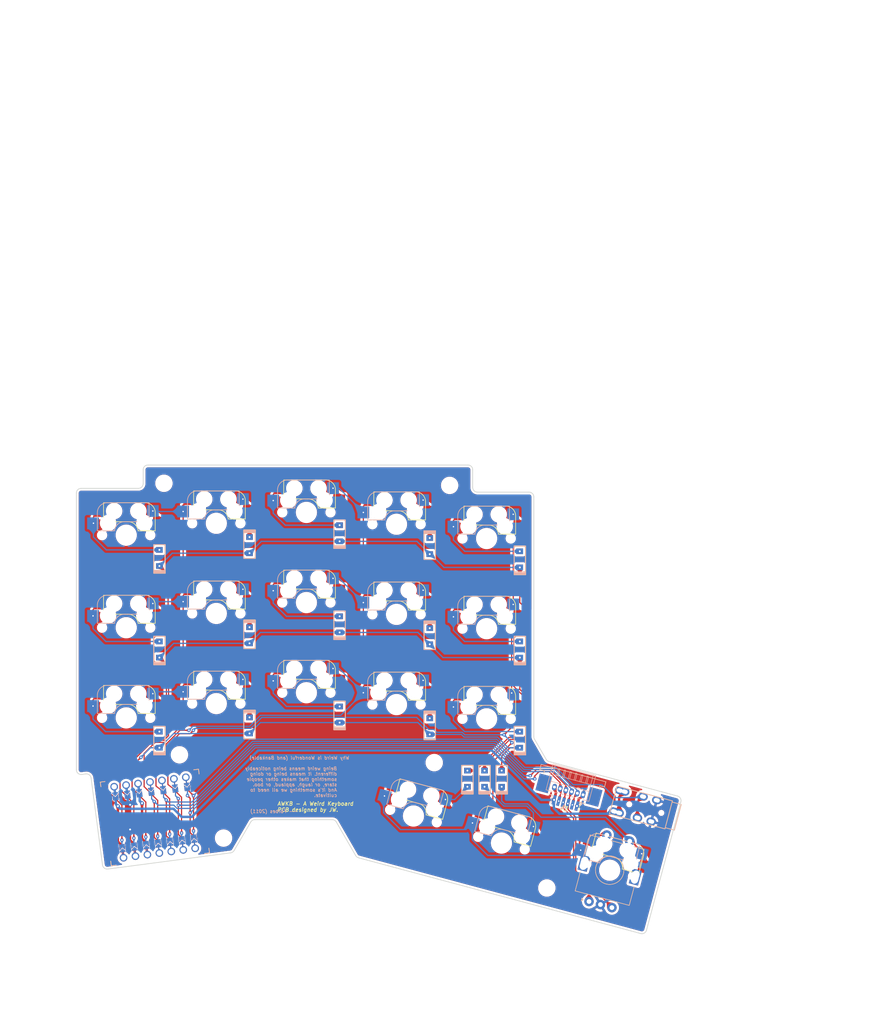
<source format=kicad_pcb>
(kicad_pcb (version 20221018) (generator pcbnew)
  (layers (0 "F.Cu" signal) (31 "B.Cu" signal) (34 "B.Paste" user) (35 "F.Paste" user) (36 "B.SilkS" user "B.Silkscreen") (37 "F.SilkS" user "F.Silkscreen") (38 "B.Mask" user) (39 "F.Mask" user) (44 "Edge.Cuts" user))
  (net 0 "")
  (net 1 "row0")
  (net 2 "row1")
  (net 3 "row2")
  (net 4 "Net-(D1-A)")
  (net 5 "Net-(D3-A)")
  (net 6 "Net-(D5-A)")
  (net 7 "GND")
  (net 8 "col0")
  (net 9 "col1")
  (net 10 "col2")
  (net 11 "DATA")
  (net 12 "Net-(D2-K)")
  (net 13 "Net-(D4-K)")
  (net 14 "Net-(D16-K)")
  (net 15 "MISO")
  (net 16 "sw_row")
  (net 17 "NCS")
  (net 18 "VDD_5V")
  (net 19 "VCC")
  (net 20 "Net-(D12-K)")
  (net 21 "Net-(D13-A)")
  (net 22 "Net-(D15-A)")
  (net 23 "Net-(D11-A)")
  (net 24 "Net-(D14-K)")
  (net 25 "Net-(D6-A)")
  (net 26 "Net-(D7-K)")
  (net 27 "Net-(D8-A)")
  (net 28 "Net-(D9-K)")
  (net 29 "Net-(D10-A)")
  (net 30 "Net-(D17-K)")
  (net 31 "SCLK_ENCB")
  (net 32 "MOSI_ENCA")
  (footprint "jw_custom_footprint:Diode_SOD123_THT_2" (layer "F.Cu") (at 182.36765 96.785194 90)
    (fp_text reference "D10")
    (fp_text value "Diode")
  )
  (footprint "jw_custom_footprint:Diode_SOD123_THT_2" (layer "F.Cu") (at 163.367952 93.984794 -90)
    (fp_text reference "D9")
    (fp_text value "Diode")
  )
  (footprint "jw_custom_footprint:Diode_SOD123_THT_2" (layer "F.Cu") (at 125.368352 112.784594 -90)
    (fp_text reference "D12")
    (fp_text value "Diode")
  )
  (footprint "MountingHole:MountingHole_3.2mm_M3" (layer "F.Cu") (at 188.067152 147.042794)
    (fp_text reference "TH5" hide)
    (fp_text value "HOLE")
  )
  (footprint "jw_custom_footprint:Diode_SOD123_THT_2" (layer "F.Cu") (at 171.314152 124.006794 90)
    (fp_text reference "D16")
    (fp_text value "Diode" hide)
  )
  (footprint "MountingHole:MountingHole_3.2mm_M3" (layer "F.Cu") (at 164.318152 120.626794)
    (fp_text reference "TH4" hide)
    (fp_text value "HOLE")
  )
  (footprint "jw_custom_footprint:CherryMX_Hotswap" (layer "F.Cu") (at 178.496055 137.562595 -15)
    (fp_text reference "SW17" hide)
    (fp_text value "SW17" hide)
  )
  (footprint "jw_custom_footprint:Diode_SOD123_THT_2" (layer "F.Cu") (at 163.367952 112.985194 -90)
    (fp_text reference "D14")
    (fp_text value "Diode")
  )
  (footprint "jw_custom_footprint:Diode_SOD123_THT_2" (layer "F.Cu") (at 144.367752 110.484794 90)
    (fp_text reference "D13")
    (fp_text value "Diode")
  )
  (footprint "jw_custom_footprint:Diode_SOD123_THT_2" (layer "F.Cu") (at 182.36765 77.785394 90)
    (fp_text reference "D5")
    (fp_text value "Diode")
  )
  (footprint "jw_custom_footprint:CherryMX_Hotswap" (layer "F.Cu") (at 156.367952 70.384834)
    (fp_text reference "SW4" hide)
    (fp_text value "SW4")
  )
  (footprint "jw_custom_footprint:CherryMX_Hotswap" (layer "F.Cu") (at 156.367952 89.384794)
    (fp_text reference "SW9" hide)
    (fp_text value "SW9")
  )
  (footprint "jw_custom_footprint:Diode_SOD123_THT_2" (layer "F.Cu") (at 144.367752 72.284634 90)
    (fp_text reference "D3")
    (fp_text value "Diode")
  )
  (footprint "jw_custom_footprint:Diode_SOD123_THT_2" (layer "F.Cu") (at 125.368352 93.784994 -90)
    (fp_text reference "D7")
    (fp_text value "Diode")
  )
  (footprint "jw_custom_footprint:CherryMX_Hotswap" (layer "F.Cu") (at 159.94243 131.865734 -15)
    (fp_text reference "SW16" hide)
    (fp_text value "SW16" hide)
  )
  (footprint "jw_custom_footprint:CherryMX_Hotswap" (layer "F.Cu") (at 156.367952 108.385194)
    (fp_text reference "SW14" hide)
    (fp_text value "SW14")
  )
  (footprint "jw_custom_footprint:Diode_SOD123_THT_2" (layer "F.Cu") (at 182.36765 115.785194 90)
    (fp_text reference "D15")
    (fp_text value "Diode")
  )
  (footprint "jw_custom_footprint:Diode_SOD123_THT_2" (layer "F.Cu") (at 106.368152 77.484994 90)
    (fp_text reference "D1")
    (fp_text value "Diode")
  )
  (footprint "jw_custom_footprint:CherryMX_Hotswap" (layer "F.Cu") (at 99.368152 72.684994)
    (fp_text reference "SW1" hide)
    (fp_text value "SW1")
  )
  (footprint "jw_custom_footprint:CherryMX_Hotswap" (layer "F.Cu") (at 175.36765 92.385194)
    (fp_text reference "SW10" hide)
    (fp_text value "SW10")
  )
  (footprint "jw_custom_footprint:Diode_SOD123_THT_2" (layer "F.Cu") (at 144.367752 91.484594 90)
    (fp_text reference "D8")
    (fp_text value "Diode")
  )
  (footprint "jw_custom_footprint:CherryMX_Hotswap" (layer "F.Cu") (at 175.36765 73.385394)
    (fp_text reference "SW5" hide)
    (fp_text value "SW5")
  )
  (footprint "jw_custom_footprint:Diode_SOD123_THT_2" (layer "F.Cu") (at 125.368352 74.785394 -90)
    (fp_text reference "D2")
    (fp_text value "Diode")
  )
  (footprint "jw_custom_footprint:Diode_SOD123_THT_2" (layer "F.Cu") (at 174.928152 124.006794 90)
    (fp_text reference "D17")
    (fp_text value "Diode" hide)
  )
  (footprint "Connector_FFC-FPC:TE_84952-6_1x06-1MP_P1.0mm_Horizontal" (layer "F.Cu") (at 192.468212 127.38508 165)
    (fp_text reference "J3")
    (fp_text value "Conn_01x06_Female")
  )
  (footprint "jw_custom_footprint:CherryMX_Hotswap" (layer "F.Cu") (at 99.368152 111.184794)
    (fp_text reference "SW11" hide)
    (fp_text value "SW11")
  )
  (footprint "jw_custom_footprint:Diode_SOD123_THT_2" (layer "F.Cu") (at 178.542152 124.006794 90)
    (fp_text reference "D18")
    (fp_text value "Diode" hide)
  )
  (footprint "MountingHole:MountingHole_3.2mm_M3" (layer "F.Cu") (at 110.597152 118.975794)
    (fp_text reference "TH3" hide)
    (fp_text value "HOLE" hide)
  )
  (footprint "jw_custom_footprint:CherryMX_Hotswap" (layer "F.Cu") (at 118.368352 108.184594)
    (fp_text reference "SW12" hide)
    (fp_text value "SW12")
  )
  (footprint "jw_custom_footprint:CherryMX_Hotswap" (layer "F.Cu") (at 201.314829 143.292722 -15)
    (fp_text reference "SW18" hide)
    (fp_text value "SW18" hide)
  )
  (footprint "jw_custom_image:square_1" (layer "F.Cu") (at 127.310352 126.925994 35)
    (fp_text reference "G***" hide)
    (fp_text value "LOGO" hide)
  )
  (footprint "jw_custom_footprint:CherryMX_Hotswap" (layer "F.Cu") (at 118.368352 70.185394)
    (fp_text reference "SW2" hide)
    (fp_text value "SW2")
  )
  (footprint "MountingHole:MountingHole_3.2mm_M3" (layer "F.Cu") (at 167.569179 62.19675)
    (fp_text reference "TH1" hide)
    (fp_text value "HOLE")
  )
  (footprint "jw_custom_footprint:CherryMX_Hotswap" (layer "F.Cu") (at 99.368152 92.184394)
    (fp_text reference "SW6" hide)
    (fp_text value "SW6")
  )
  (footprint "jw_custom_footprint:CherryMX_Hotswap" (layer "F.Cu") (at 137.367752 67.884634)
    (fp_text reference "SW3" hide)
    (fp_text value "SW3")
  )
  (footprint "jw_custom_footprint:TRRS-PJ-DPB2_mod" (layer "F.Cu") (at 213.75304 131.634109 -105)
    (fp_text reference "J1" hide)
    (fp_text value "4PIN" hide)
  )
  (footprint "jw_custom_footprint:Diode_SOD123_THT_2" (layer "F.Cu") (at 106.368152 115.784794 90)
    (fp_text reference "D11")
    (fp_text value "Diode")
  )
  (footprint "MountingHole:MountingHole_3.2mm_M3" (layer "F.Cu") (at 107.320552 61.749594)
    (fp_text reference "TH2" hide)
    (fp_text value "HOLE")
  )
  (footprint "MountingHole:MountingHole_3.2mm_M3" (layer "F.Cu") (at 119.893552 136.527194)
    (fp_text reference "TH6" hide)
    (fp_text value "HOLE" hide)
  )
  (footprint "jw_custom_footprint:CherryMX_Hotswap" (layer "F.Cu") (at 175.36765 111.385194)
    (fp_text reference "SW15" hide)
    (fp_text value "SW15")
  )
  (footprint "jw_custom_footprint:CherryMX_Hotswap" (layer "F.Cu") (at 137.367752 105.884794)
    (fp_text reference "SW13" hide)
    (fp_text value "SW13")
  )
  (footprint "jw_custom_footprint:RotaryEncoder_Alps_EC11E-Switch_Vertical_H20mm" (layer "F.Cu") (at 201.314829 143.292722 165)
    (fp_text reference "EC1" hide)
    (fp_text value "Rotary_Encoder_Switch")
  )
  (footprint "jw_custom_footprint:CherryMX_Hotswap" (layer "F.Cu") (at 137.367752 86.884594)
    (fp_text reference "SW8" hide)
    (fp_text value "SW8")
  )
  (footprint "jw_custom_footprint:Diode_SOD123_THT_2" (layer "F.Cu") (at 106.368152 96.784394 90)
    (fp_text reference "D6")
    (fp_text value "Diode")
  )
  (footprint "jw_custom_footprint:Diode_SOD123_THT_2" (layer "F.Cu") (at 163.367952 74.984834 -90)
    (fp_text reference "D4")
    (fp_text value "Diode")
  )
  (footprint "jw_custom_footprint:CherryMX_Hotswap" (layer "F.Cu") (at 118.368352 89.184994)
    (fp_text reference "SW7" hide)
    (fp_text value "SW7")
  )
  (footprint "Connector_FFC-FPC:TE_84952-6_1x06-1MP_P1.0mm_Horizontal" (layer "B.Cu") (at 192.468212 127.38508 -15)
    (fp_text reference "J4")
    (fp_text value "Conn_01x06_Female")
  )
  (footprint "jw_custom_footprint:Xiao THT jumper pad_flipped" (layer "B.Cu") (at 105.21003 132.218659 -82.5)
    (fp_text reference "U1" hide)
    (fp_text value "SeeeduinoXIAO")
  )
  (footprint "Connector_Hirose:Hirose_DF13-06P-1.25DS_1x06_P1.25mm_Horizontal" (layer "B.Cu") (at 195.699771 127.398807 165)
    (fp_text reference "J2" hide)
    (fp_text value "Conn_01x06_Female")
  )
  (gr_line (start 172.432333 58.898294) (end 172.432333 62.6139) (stroke (width 0.15)) (layer "Edge.Cuts"))
  (gr_line (start 185.451978 115.648394) (end 187.922516 119.927491) (stroke (width 0.15)) (layer "Edge.Cuts"))
  (gr_arc (start 209.081867 155.93768) (mid 208.615929 156.544834) (end 207.857121 156.644787) (stroke (width 0.15)) (layer "Edge.Cuts"))
  (gr_line (start 143.668384 133.135059) (end 147.754146 140.221685) (stroke (width 0.15)) (layer "Edge.Cuts"))
  (gr_line (start 142.80453 132.6388) (end 126.498814 132.6388) (stroke (width 0.15)) (layer "Edge.Cuts"))
  (gr_arc (start 142.80453 132.6388) (mid 143.302645 132.771706) (end 143.668384 133.135059) (stroke (width 0.15)) (layer "Edge.Cuts"))
  (gr_arc (start 125.633952 133.13679) (mid 125.99982 132.772196) (end 126.498814 132.6388) (stroke (width 0.15)) (layer "Edge.Cuts"))
  (gr_arc (start 215.621692 127.667011) (mid 216.228877 128.132939) (end 216.328799 128.891757) (stroke (width 0.15)) (layer "Edge.Cuts"))
  (gr_line (start 171.432333 57.898294) (end 103.939848 57.898294) (stroke (width 0.15)) (layer "Edge.Cuts"))
  (gr_line (start 121.388919 139.639202) (end 95.485573 143.051275) (stroke (width 0.15)) (layer "Edge.Cuts"))
  (gr_line (start 207.857121 156.644787) (end 148.361211 140.687573) (stroke (width 0.15)) (layer "Edge.Cuts"))
  (gr_arc (start 89.985278 123.119563) (mid 89.195434 122.879938) (end 88.854752 122.128118) (stroke (width 0.15)) (layer "Edge.Cuts"))
  (gr_arc (start 122.121904 139.151978) (mid 121.811897 139.480567) (end 121.388919 139.639202) (stroke (width 0.15)) (layer "Edge.Cuts"))
  (gr_arc (start 171.432333 57.898294) (mid 172.13944 58.191187) (end 172.432333 58.898294) (stroke (width 0.15)) (layer "Edge.Cuts"))
  (gr_arc (start 102.939848 61.817) (mid 102.646952 62.524088) (end 101.939848 62.817) (stroke (width 0.15)) (layer "Edge.Cuts"))
  (gr_line (start 89.854752 62.817) (end 101.939848 62.817) (stroke (width 0.15)) (layer "Edge.Cuts"))
  (gr_line (start 102.939848 61.817) (end 102.939848 58.898294) (stroke (width 0.15)) (layer "Edge.Cuts"))
  (gr_line (start 185.318003 64.6139) (end 185.318003 115.148394) (stroke (width 0.15)) (layer "Edge.Cuts"))
  (gr_line (start 91.959249 123.868739) (end 94.363421 142.189955) (stroke (width 0.15)) (layer "Edge.Cuts"))
  (gr_arc (start 102.939848 58.898294) (mid 103.23274 58.191173) (end 103.939848 57.898294) (stroke (width 0.15)) (layer "Edge.Cuts"))
  (gr_arc (start 188.529246 120.393289) (mid 188.179584 120.220694) (end 187.922516 119.927491) (stroke (width 0.15)) (layer "Edge.Cuts"))
  (gr_line (start 216.328799 128.891757) (end 209.081867 155.93768) (stroke (width 0.15)) (layer "Edge.Cuts"))
  (gr_line (start 90.837223 123.007402) (end 89.985278 123.119563) (stroke (width 0.15)) (layer "Edge.Cuts"))
  (gr_line (start 184.318003 63.6139) (end 173.432333 63.6139) (stroke (width 0.15)) (layer "Edge.Cuts"))
  (gr_line (start 215.621692 127.667011) (end 188.529246 120.393289) (stroke (width 0.15)) (layer "Edge.Cuts"))
  (gr_line (start 88.854752 63.817) (end 88.854752 122.128118) (stroke (width 0.15)) (layer "Edge.Cuts"))
  (gr_arc (start 95.485573 143.051275) (mid 94.746042 142.853111) (end 94.363421 142.189955) (stroke (width 0.15)) (layer "Edge.Cuts"))
  (gr_arc (start 88.854752 63.817) (mid 89.147648 63.109912) (end 89.854752 62.817) (stroke (width 0.15)) (layer "Edge.Cuts"))
  (gr_arc (start 184.318003 63.6139) (mid 185.02511 63.906793) (end 185.318003 64.6139) (stroke (width 0.15)) (layer "Edge.Cuts"))
  (gr_arc (start 173.432333 63.6139) (mid 172.725205 63.321018) (end 172.432333 62.6139) (stroke (width 0.15)) (layer "Edge.Cuts"))
  (gr_arc (start 148.361211 140.687573) (mid 148.011337 140.515007) (end 147.754146 140.221685) (stroke (width 0.15)) (layer "Edge.Cuts"))
  (gr_arc (start 90.837223 123.007402) (mid 91.576678 123.205622) (end 91.959249 123.868739) (stroke (width 0.15)) (layer "Edge.Cuts"))
  (gr_line (start 125.633952 133.13679) (end 122.121904 139.151978) (stroke (width 0.15)) (layer "Edge.Cuts"))
  (gr_arc (start 185.451978 115.648394) (mid 185.352064 115.407215) (end 185.318003 115.148394) (stroke (width 0.15)) (layer "Edge.Cuts"))
  (gr_text "Why Weird is Wonderful (and Bankable)\n\n	Being weird means being noticeably \n	different. It means being or doing \n	something that makes other people \n	stare, or laugh, applaud, or boo. \n	And it's something we all need to \n	cultivate.\n\n\n				-- Forbes (2011)" (at 146.538152 131.294794) (layer "B.SilkS") (effects (font (size 0.7 0.7) (thickness 0.125) bold italic) (justify left bottom mirror)))
  (gr_text "AWKB - A Weird Keyboard\nPCB designed by JW." (at 131.171152 129.923194) (layer "F.SilkS") (effects (font (size 0.8 0.8) (thickness 0.15) italic) (justify left)))
  (segment (start 182.36765 79.285394) (end 182.36765 86.875026) (width 0.25) (layer "F.Cu") (net 1))
  (segment (start 180.066152 115.292794) (end 173.052152 122.306794) (width 0.25) (layer "F.Cu") (net 1))
  (segment (start 183.241152 115.292794) (end 180.066152 115.292794) (width 0.25) (layer "F.Cu") (net 1))
  (segment (start 173.052152 122.306794) (end 171.314152 122.306794) (width 0.25) (layer "F.Cu") (net 1))
  (segment (start 181.094624 104.548981) (end 183.990224 107.444581) (width 0.25) (layer "F.Cu") (net 1))
  (segment (start 183.939424 91.507318) (end 181.094624 94.352118) (width 0.25) (layer "F.Cu") (net 1))
  (segment (start 108.196624 91.305922) (end 105.161552 94.340994) (width 0.25) (layer "F.Cu") (net 1))
  (segment (start 95.430261 126.566532) (end 96.962664 128.098935) (width 0.25) (layer "F.Cu") (net 1))
  (segment (start 107.134334 115.460294) (end 104.929409 115.460294) (width 0.25) (layer "F.Cu") (net 1))
  (segment (start 183.990224 114.543722) (end 183.241152 115.292794) (width 0.25) (layer "F.Cu") (net 1))
  (segment (start 98.45785 136.947982) (end 98.457032 136.947164) (width 0.25) (layer "F.Cu") (net 1))
  (segment (start 106.368152 79.184994) (end 108.196624 81.013466) (width 0.25) (layer "F.Cu") (net 1))
  (segment (start 98.457032 129.593303) (end 97.17067 128.306941) (width 0.25) (layer "F.Cu") (net 1))
  (segment (start 183.939424 88.4468) (end 183.939424 91.507318) (width 0.25) (layer "F.Cu") (net 1))
  (segment (start 98.457032 136.947164) (end 98.457032 129.593303) (width 0.25) (layer "F.Cu") (net 1))
  (segment (start 105.161552 99.189194) (end 107.847145 101.874787) (width 0.25) (layer "F.Cu") (net 1))
  (segment (start 95.430261 124.959442) (end 95.430261 126.566532) (width 0.25) (layer "F.Cu") (net 1))
  (segment (start 96.962664 128.098935) (end 97.143286 128.098935) (width 0.25) (layer "F.Cu") (net 1))
  (segment (start 182.36765 86.875026) (end 183.939424 88.4468) (width 0.25) (layer "F.Cu") (net 1))
  (segment (start 108.196624 81.013466) (end 108.196624 91.305922) (width 0.25) (layer "F.Cu") (net 1))
  (segment (start 105.161552 94.340994) (end 105.161552 99.189194) (width 0.25) (layer "F.Cu") (net 1))
  (segment (start 107.847145 101.874787) (end 107.847145 114.747483) (width 0.25) (layer "F.Cu") (net 1))
  (segment (start 107.847145 114.747483) (end 107.134334 115.460294) (width 0.25) (layer "F.Cu") (net 1))
  (segment (start 183.990224 107.444581) (end 183.990224 114.543722) (width 0.25) (layer "F.Cu") (net 1))
  (segment (start 104.929409 115.460294) (end 95.430261 124.959442) (width 0.25) (layer "F.Cu") (net 1))
  (segment (start 181.094624 94.352118) (end 181.094624 104.548981) (width 0.25) (layer "F.Cu") (net 1))
  (via (at 98.45785 136.947982) (size 0.7) (drill 0.3) (layers "F.Cu" "B.Cu") (net 1))
  (segment (start 144.367752 73.984634) (end 127.869112 73.984634) (width 0.25) (layer "B.Cu") (net 1))
  (segment (start 98.457032 136.9488) (end 98.457032 138.077828) (width 0.25) (layer "B.Cu") (net 1))
  (segment (start 144.367752 73.984634) (end 160.667752 73.984634) (width 0.25) (layer "B.Cu") (net 1))
  (segment (start 125.368352 76.485394) (end 109.067752 76.485394) (width 0.25) (layer "B.Cu") (net 1))
  (segment (start 98.45785 136.947982) (end 98.457032 136.9488) (width 0.25) (layer "B.Cu") (net 1))
  (segment (start 166.368512 79.485394) (end 163.367952 76.484834) (width 0.25) (layer "B.Cu") (net 1))
  (segment (start 160.667752 73.984634) (end 163.367952 76.684834) (width 0.25) (layer "B.Cu") (net 1))
  (segment (start 109.067752 76.485394) (end 106.368152 79.184994) (width 0.25) (layer "B.Cu") (net 1))
  (segment (start 127.869112 73.984634) (end 125.368352 76.485394) (width 0.25) (layer "B.Cu") (net 1))
  (segment (start 182.36765 79.485394) (end 166.368512 79.485394) (width 0.25) (layer "B.Cu") (net 1))
  (segment (start 100.975302 129.261766) (end 99.68894 127.975404) (width 0.25) (layer "F.Cu") (net 2))
  (segment (start 174.928152 121.06719) (end 174.928152 122.306794) (width 0.25) (layer "F.Cu") (net 2))
  (segment (start 184.440224 114.730118) (end 183.427548 115.742794) (width 0.25) (layer "F.Cu") (net 2))
  (segment (start 105.115805 115.910294) (end 98.066 122.960099) (width 0.25) (layer "F.Cu") (net 2))
  (segment (start 180.252548 115.742794) (end 174.928152 121.06719) (width 0.25) (layer "F.Cu") (net 2))
  (segment (start 108.297145 114.933879) (end 107.32073 115.910294) (width 0.25) (layer "F.Cu") (net 2))
  (segment (start 100.975302 136.5424) (end 100.975302 129.261766) (width 0.25) (layer "F.Cu") (net 2))
  (segment (start 98.066 126.296969) (end 99.533653 127.764622) (width 0.25) (layer "F.Cu") (net 2))
  (segment (start 98.066 122.960099) (end 98.066 126.296969) (width 0.25) (layer "F.Cu") (net 2))
  (segment (start 183.427548 115.742794) (end 180.252548 115.742794) (width 0.25) (layer "F.Cu") (net 2))
  (segment (start 106.368152 98.484394) (end 108.297145 100.413387) (width 0.25) (layer "F.Cu") (net 2))
  (segment (start 184.440224 107.258185) (end 184.440224 114.730118) (width 0.25) (layer "F.Cu") (net 2))
  (segment (start 107.32073 115.910294) (end 105.115805 115.910294) (width 0.25) (layer "F.Cu") (net 2))
  (segment (start 182.36765 105.185611) (end 184.440224 107.258185) (width 0.25) (layer "F.Cu") (net 2))
  (segment (start 182.36765 98.485194) (end 182.36765 105.185611) (width 0.25) (layer "F.Cu") (net 2))
  (segment (start 108.297145 100.413387) (end 108.297145 114.933879) (width 0.25) (layer "F.Cu") (net 2))
  (via (at 100.975302 136.5424) (size 0.7) (drill 0.3) (layers "F.Cu" "B.Cu") (net 2))
  (segment (start 100.975302 136.5424) (end 100.975302 137.746292) (width 0.25) (layer "B.Cu") (net 2))
  (segment (start 166.168352 98.485194) (end 163.367952 95.684794) (width 0.25) (layer "B.Cu") (net 2))
  (segment (start 144.367752 93.184594) (end 160.867752 93.184594) (width 0.25) (layer "B.Cu") (net 2))
  (segment (start 109.367552 95.484994) (end 106.368152 98.484394) (width 0.25) (layer "B.Cu") (net 2))
  (segment (start 127.668752 93.184594) (end 125.368352 95.484994) (width 0.25) (layer "B.Cu") (net 2))
  (segment (start 163.367952 95.684794) (end 163.367952 95.484794) (width 0.25) (layer "B.Cu") (net 2))
  (segment (start 166.168352 98.485194) (end 182.36765 98.485194) (width 0.25) (layer "B.Cu") (net 2))
  (segment (start 160.867752 93.184594) (end 163.367952 95.684794) (width 0.25) (layer "B.Cu") (net 2))
  (segment (start 125.368352 95.484994) (end 109.367552 95.484994) (width 0.25) (layer "B.Cu") (net 2))
  (segment (start 144.367752 93.184594) (end 127.668752 93.184594) (width 0.25) (layer "B.Cu") (net 2))
  (segment (start 180.315359 117.485194) (end 178.542152 119.258401) (width 0.25) (layer "F.Cu") (net 3))
  (segment (start 103.5011 136.2884) (end 103.5016 136.2879) (width 0.25) (layer "F.Cu") (net 3))
  (segment (start 178.542152 119.258401) (end 178.542152 122.306794) (width 0.25) (layer "F.Cu") (net 3))
  (segment (start 103.5016 128.938258) (end 102.20721 127.643868) (width 0.25) (layer "F.Cu") (net 3))
  (segment (start 102.4715 119.509194) (end 100.606 121.374694) (width 0.25) (layer "F.Cu") (net 3))
  (segment (start 182.36765 117.485194) (end 180.315359 117.485194) (width 0.25) (layer "F.Cu") (net 3))
  (segment (start 103.5016 136.2879) (end 103.5016 128.938258) (width 0.25) (layer "F.Cu") (net 3))
  (segment (start 100.606 125.987163) (end 102.051922 127.433085) (width 0.25) (layer "F.Cu") (net 3))
  (segment (start 182.367224 117.48562) (end 182.36765 117.485194) (width 0.25) (layer "F.Cu") (net 3))
  (segment (start 100.606 121.374694) (end 100.606 125.987163) (width 0.25) (layer "F.Cu") (net 3))
  (segment (start 178.542578 122.278368) (end 178.514152 122.306794) (width 0.3) (layer "F.Cu") (net 3))
  (via (at 103.5011 136.2884) (size 0.7) (drill 0.3) (layers "F.Cu" "B.Cu") (net 3))
  (via (at 102.4715 119.509194) (size 0.7) (drill 0.3) (layers "F.Cu" "B.Cu") (net 3))
  (segment (start 127.668152 112.184794) (end 125.368352 114.484594) (width 0.25) (layer "B.Cu") (net 3))
  (segment (start 109.368352 114.484594) (end 106.368152 117.484794) (width 0.25) (layer "B.Cu") (net 3))
  (segment (start 177.65271 115.2342) (end 179.903704 117.485194) (width 0.25) (layer "B.Cu") (net 3))
  (segment (start 103.493572 136.295928) (end 103.493572 137.414755) (width 0.25) (layer "B.Cu") (net 3))
  (segment (start 104.4959 117.484794) (end 106.368152 117.484794) (width 0.25) (layer "B.Cu") (net 3))
  (segment (start 160.867552 112.184794) (end 163.367952 114.685194) (width 0.25) (layer "B.Cu") (net 3))
  (segment (start 144.367752 112.184794) (end 127.668152 112.184794) (width 0.25) (layer "B.Cu") (net 3))
  (segment (start 179.903704 117.485194) (end 182.36765 117.485194) (width 0.25) (layer "B.Cu") (net 3))
  (segment (start 170.043026 114.685194) (end 170.592032 115.2342) (width 0.25) (layer "B.Cu") (net 3))
  (segment (start 170.592032 115.2342) (end 177.65271 115.2342) (width 0.25) (layer "B.Cu") (net 3))
  (segment (start 102.4715 119.509194) (end 104.4959 117.484794) (width 0.25) (layer "B.Cu") (net 3))
  (segment (start 125.368352 114.484594) (end 109.368352 114.484594) (width 0.25) (layer "B.Cu") (net 3))
  (segment (start 163.367952 114.685194) (end 170.043026 114.685194) (width 0.25) (layer "B.Cu") (net 3))
  (segment (start 103.5011 136.2884) (end 103.493572 136.295928) (width 0.25) (layer "B.Cu") (net 3))
  (segment (start 144.367752 112.184794) (end 160.867552 112.184794) (width 0.25) (layer "B.Cu") (net 3))
  (segment (start 92.458756 68.88439) (end 92.458756 70.170397) (width 0.25) (layer "F.Cu") (net 4))
  (segment (start 93.757552 67.585594) (end 92.458756 68.88439) (width 0.25) (layer "F.Cu") (net 4))
  (via (at 92.458756 70.170397) (size 0.7) (drill 0.3) (layers "F.Cu" "B.Cu") (net 4))
  (segment (start 92.458756 73.076732) (end 95.167018 75.784994) (width 0.25) (layer "B.Cu") (net 4))
  (segment (start 92.458756 70.170397) (end 92.458756 73.076732) (width 0.25) (layer "B.Cu") (net 4))
  (segment (start 95.167018 75.784994) (end 106.368152 75.784994) (width 0.25) (layer "B.Cu") (net 4))
  (segment (start 131.690852 62.779234) (end 130.370052 64.100034) (width 0.25) (layer "F.Cu") (net 5))
  (segment (start 130.370052 64.100034) (end 130.370052 65.395434) (width 0.25) (layer "F.Cu") (net 5))
  (via (at 130.370052 65.395434) (size 0.7) (drill 0.3) (layers "F.Cu" "B.Cu") (net 5))
  (segment (start 130.370052 65.395434) (end 130.370052 68.051828) (width 0.25) (layer "B.Cu") (net 5))
  (segment (start 130.370052 68.051828) (end 132.902858 70.584634) (width 0.25) (layer "B.Cu") (net 5))
  (segment (start 132.902858 70.584634) (end 144.367752 70.584634) (width 0.25) (layer "B.Cu") (net 5))
  (segment (start 168.36995 69.600794) (end 168.36995 70.896194) (width 0.25) (layer "F.Cu") (net 6))
  (segment (start 169.69075 68.279994) (end 168.36995 69.600794) (width 0.25) (layer "F.Cu") (net 6))
  (via (at 168.36995 70.896194) (size 0.7) (drill 0.3) (layers "F.Cu" "B.Cu") (net 6))
  (segment (start 168.36995 73.699116) (end 168.36995 70.896194) (width 0.25) (layer "B.Cu") (net 6))
  (segment (start 182.36765 76.085394) (end 170.756228 76.085394) (width 0.25) (layer "B.Cu") (net 6))
  (segment (start 170.756228 76.085394) (end 168.36995 73.699116) (width 0.25) (layer "B.Cu") (net 6))
  (segment (start 100.184869 129.495931) (end 100.175302 129.505498) (width 0.5) (layer "F.Cu") (net 7))
  (segment (start 100.175302 136.946292) (end 100.975302 137.746292) (width 0.5) (layer "F.Cu") (net 7))
  (segment (start 195.596155 127.785505) (end 194.830691 128.227446) (width 0.5) (layer "F.Cu") (net 7))
  (segment (start 195.699771 127.398807) (end 195.596155 127.785505) (width 0.5) (layer "F.Cu") (net 7))
  (segment (start 194.830691 128.227446) (end 194.417152 129.770794) (width 0.5) (layer "F.Cu") (net 7))
  (segment (start 100.175302 129.505498) (end 100.175302 136.946292) (width 0.5) (layer "F.Cu") (net 7))
  (via (at 100.184869 134.7136) (size 0.8) (drill 0.4) (layers "F.Cu" "B.Cu") (net 7))
  (via (at 194.417152 129.770794) (size 0.8) (drill 0.4) (layers "F.Cu" "B.Cu") (net 7))
  (via (at 100.184869 129.495931) (size 0.8) (drill 0.4) (layers "F.Cu" "B.Cu") (net 7))
  (segment (start 100.184869 129.495931) (end 99.68894 129.000002) (width 0.5) (layer "B.Cu") (net 7))
  (segment (start 99.68894 129.000002) (end 99.68894 127.975404) (width 0.5) (layer "B.Cu") (net 7))
  (segment (start 106.277548 107.38419) (end 104.978752 106.085394) (width 0.25) (layer "F.Cu") (net 8))
  (segment (start 106.277548 88.38379) (end 104.978752 87.084994) (width 0.25) (layer "F.Cu") (net 8))
  (segment (start 103.146 125.677356) (end 104.570193 127.101549) (width 0.25) (layer "F.Cu") (net 8))
  (segment (start 111.370652 86.695794) (end 111.370652 101.758394) (width 0.25) (layer "F.Cu") (net 8))
  (segment (start 106.004656 136.122144) (end 106.004656 128.591507) (width 0.25) (layer "F.Cu") (net 8))
  (segment (start 111.370652 82.758794) (end 112.691452 84.079594) (width 0.25) (layer "F.Cu") (net 8))
  (segment (start 111.370652 85.400394) (end 111.370652 86.695794) (width 0.25) (layer "F.Cu") (net 8))
  (segment (start 107.507126 116.360294) (end 105.465652 116.360294) (width 0.25) (layer "F.Cu") (net 8))
  (segment (start 111.370652 101.758394) (end 112.691452 103.079194) (width 0.25) (layer "F.Cu") (net 8))
  (segment (start 111.370652 112.496768) (end 107.507126 116.360294) (width 0.25) (layer "F.Cu") (net 8))
  (segment (start 106.277548 108.670197) (end 106.277548 107.38419) (width 0.25) (layer "F.Cu") (net 8))
  (segment (start 111.370652 105.695394) (end 111.370652 112.496768) (width 0.25) (layer "F.Cu") (net 8))
  (segment (start 111.370652 67.696194) (end 111.370652 66.400794) (width 0.35) (layer "F.Cu") (net 8))
  (segment (start 106.277548 68.88439) (end 104.978752 67.585594) (width 0.25) (layer "F.Cu") (net 8))
  (segment (start 106.277548 89.669797) (end 106.277548 88.38379) (width 0.25) (layer "F.Cu") (net 8))
  (segment (start 111.370652 104.399994) (end 111.370652 105.695394) (width 0.25) (layer "F.Cu") (net 8))
  (segment (start 106.277548 70.170397) (end 106.277548 68.88439) (width 0.25) (layer "F.Cu") (net 8))
  (segment (start 111.370652 66.400794) (end 112.691452 65.079994) (width 0.35) (layer "F.Cu") (net 8))
  (segment (start 103.146 118.679946) (end 103.146 125.677356) (width 0.25) (layer "F.Cu") (net 8))
  (segment (start 105.465652 116.360294) (end 103.146 118.679946) (width 0.25) (layer "F.Cu") (net 8))
  (segment (start 112.691452 84.079594) (end 111.370652 85.400394) (width 0.25) (layer "F.Cu") (net 8))
  (segment (start 106.004656 128.591507) (end 104.72548 127.312331) (width 0.25) (layer "F.Cu") (net 8))
  (segment (start 112.691452 103.079194) (end 111.370652 104.399994) (width 0.25) (layer "F.Cu") (net 8))
  (segment (start 111.370652 67.696194) (end 111.370652 82.758794) (width 0.25) (layer "F.Cu") (net 8))
  (via (at 111.370652 67.696194) (size 0.7) (drill 0.3) (layers "F.Cu" "B.Cu") (net 8))
  (via (at 104.978752 106.085394) (size 0.7) (drill 0.3) (layers "F.Cu" "B.Cu") (net 8))
  (via (at 111.370652 105.695394) (size 0.7) (drill 0.3) (layers "F.Cu" "B.Cu") (net 8))
  (via (at 106.004656 136.122144) (size 0.7) (drill 0.3) (layers "F.Cu" "B.Cu") (net 8))
  (via (at 111.370652 86.695794) (size 0.7) (drill 0.3) (layers "F.Cu" "B.Cu") (net 8))
  (via (at 104.978752 67.585594) (size 0.7) (drill 0.3) (layers "F.Cu" "B.Cu") (net 8))
  (via (at 104.978752 87.084994) (size 0.7) (drill 0.3) (layers "F.Cu" "B.Cu") (net 8))
  (segment (start 105.089352 67.696194) (end 104.978752 67.585594) (width 0.25) (layer "B.Cu") (net 8))
  (segment (start 111.370652 86.695794) (end 105.367952 86.695794) (width 0.25) (layer "B.Cu") (net 8))
  (segment (start 105.368752 105.695394) (end 104.978752 106.085394) (width 0.25) (layer "B.Cu") (net 8))
  (segment (start 106.004656 136.122144) (end 106.011842 136.12933) (width 0.25) (layer "B.Cu") (net 8))
  (segment (start 111.370652 67.696194) (end 105.089352 67.696194) (width 0.25) (layer "B.Cu") (net 8))
  (segment (start 105.367952 86.695794) (end 104.978752 87.084994) (width 0.25) (layer "B.Cu") (net 8))
  (segment (start 111.370652 105.695394) (end 105.368752 105.695394) (width 0.25) (layer "B.Cu") (net 8))
  (segment (start 106.011842 136.12933) (end 106.011842 137.083219) (width 0.25) (layer "B.Cu") (net 8))
  (segment (start 105.787956 125.674236) (end 107.216001 126.770013) (width 0.25) (layer "F.Cu") (net 9))
  (segment (start 105.644152 120.158794) (end 105.644152 125.530432) (width 0.25) (layer "F.Cu") (net 9))
  (segment (start 144.277148 103.370197) (end 144.277148 102.08419) (width 0.25) (layer "F.Cu") (net 9))
  (segment (start 107.708752 116.795064) (end 107.708752 117.995064) (width 0.25) (layer "F.Cu") (net 9))
  (segment (start 150.691052 65.279434) (end 149.370252 66.600234) (width 0.25) (layer "F.Cu") (net 9))
  (segment (start 144.277148 102.08419) (end 142.978352 100.785394) (width 0.25) (layer "F.Cu") (net 9))
  (segment (start 149.370252 66.600234) (end 149.370252 67.895634) (width 0.25) (layer "F.Cu") (net 9))
  (segment (start 150.691052 84.279394) (end 149.370252 85.600194) (width 0.25) (layer "F.Cu") (net 9))
  (segment (start 105.644152 125.530432) (end 105.787956 125.674236) (width 0.25) (layer "F.Cu") (net 9))
  (segment (start 149.370252 85.600194) (end 149.370252 86.895594) (width 0.25) (layer "F.Cu") (net 9))
  (segment (start 108.5308 128.267845) (end 107.24375 126.980795) (width 0.25) (layer "F.Cu") (net 9))
  (segment (start 149.370252 67.895634) (end 149.370252 82.958594) (width 0.25) (layer "F.Cu") (net 9))
  (segment (start 144.277148 64.08403) (end 142.978352 62.785234) (width 0.25) (layer "F.Cu") (net 9))
  (segment (start 112.586308 113.810094) (end 110.693722 113.810094) (width 0.25) (layer "F.Cu") (net 9))
  (segment (start 108.5308 135.6788) (end 108.5308 128.267845) (width 0.25) (layer "F.Cu") (net 9))
  (segment (start 149.370252 101.958994) (end 150.691052 103.279794) (width 0.25) (layer "F.Cu") (net 9))
  (segment (start 149.370252 82.958594) (end 150.691052 84.279394) (width 0.25) (layer "F.Cu") (net 9))
  (segment (start 144.277148 83.08399) (end 142.978352 81.785194) (width 0.25) (layer "F.Cu") (net 9))
  (segment (start 144.277148 84.369997) (end 144.277148 83.08399) (width 0.25) (layer "F.Cu") (net 9))
  (segment (start 149.370252 86.895594) (end 149.370252 101.958994) (width 0.25) (layer "F.Cu") (net 9))
  (segment (start 110.693722 113.810094) (end 107.708752 116.795064) (width 0.25) (layer "F.Cu") (net 9))
  (segment (start 144.277148 65.370037) (end 144.277148 64.08403) (width 0.25) (layer "F.Cu") (net 9))
  (segment (start 149.370252 104.600594) (end 149.370252 105.895994) (width 0.25) (layer "F.Cu") (net 9))
  (segment (start 150.691052 103.279794) (end 149.370252 104.600594) (width 0.25) (layer "F.Cu") (net 9))
  (segment (start 107.708752 118.094194) (end 105.644152 120.158794) (width 0.25) (layer "F.Cu") (net 9))
  (via (at 112.586308 113.810094) (size 0.7) (drill 0.3) (layers "F.Cu" "B.Cu") (net 9))
  (via (at 149.370252 86.895594) (size 0.7) (drill 0.3) (layers "F.Cu" "B.Cu") (net 9))
  (via (at 149.370252 67.895634) (size 0.7) (drill 0.3) (layers "F.Cu" "B.Cu") (net 9))
  (via (at 108.5308 135.6788) (size 0.7) (drill 0.3) (layers "F.Cu" "B.Cu") (net 9))
  (via (at 149.370252 105.895994) (size 0.7) (drill 0.3) (layers "F.Cu" "B.Cu") (net 9))
  (via (at 142.978352 100.785394) (size 0.7) (drill 0.3) (layers "F.Cu" "B.Cu") (net 9))
  (via (at 142.978352 81.785194) (size 0.7) (drill 0.3) (layers "F.Cu" "B.Cu") (net 9))
  (via (at 142.978352 62.785234) (size 0.7) (drill 0.3) (layers "F.Cu" "B.Cu") (net 9))
  (segment (start 112.586308 113.810094) (end 113.433208 112.963194) (width 0.25) (layer "B.Cu") (net 9))
  (segment (start 125.372752 112.963194) (end 127.684152 110.651794) (width 0.25) (layer "B.Cu") (net 9))
  (segment (start 108.530112 135.679488) (end 108.5308 135.6788) (width 0.25) (layer "B.Cu") (net 9))
  (segment (start 144.259652 100.785394) (end 149.370252 105.895994) (width 0.25) (layer "B.Cu") (net 9))
  (segment (start 144.259852 62.785234) (end 149.370252 67.895634) (width 0.25) (layer "B.Cu") (net 9))
  (segment (start 149.370252 86.895594) (end 144.259852 81.785194) (width 0.25) (layer "B.Cu") (net 9))
  (segment (start 142.978352 62.785234) (end 144.259852 62.785234) (width 0.25) (layer "B.Cu") (net 9))
  (segment (start 142.978352 100.785394) (end 144.259652 100.785394) (width 0.25) (layer "B.Cu") (net 9))
  (segment (start 108.530112 136.751682) (end 108.530112 135.679488) (width 0.25) (layer "B.Cu") (net 9))
  (segment (start 144.259852 81.785194) (end 142.978352 81.785194) (width 0.25) (layer "B.Cu") (net 9))
  (segment (start 127.684152 110.651794) (end 144.614452 110.651794) (width 0.25) (layer "B.Cu") (net 9))
  (segment (start 144.614452 110.651794) (end 149.370252 105.895994) (width 0.25) (layer "B.Cu") (net 9))
  (segment (start 113.433208 112.963194) (end 125.372752 112.963194) (width 0.25) (layer "B.Cu") (net 9))
  (segment (start 155.78034 125.697296) (end 153.827423 127.650213) (width 0.25) (layer "F.Cu") (net 10))
  (segment (start 174.333965 131.161867) (end 174.333965 131.394157) (width 0.25) (layer "F.Cu") (net 10))
  (segment (start 182.277046 92.5333) (end 182.277046 89.870597) (width 0.25) (layer "F.Cu") (net 10))
  (segment (start 108.158752 125.196904) (end 108.158752 116.98146) (width 0.25) (layer "F.Cu") (net 10))
  (segment (start 112.822852 114.530794) (end 113.543552 113.810094) (width 0.25) (layer "F.Cu") (net 10))
  (segment (start 182.277046 69.58479) (end 180.97825 68.285994) (width 0.25) (layer "F.Cu") (net 10))
  (segment (start 180.707752 116.417294) (end 176.687952 120.437094) (width 0.25) (layer "F.Cu") (net 10))
  (segment (start 179.050152 114.759694) (end 179.075252 114.759694) (width 0.25) (layer "F.Cu") (net 10))
  (segment (start 197.152739 137.124284) (end 195.199822 139.077201) (width 0.25) (layer "F.Cu") (net 10))
  (segment (start 182.277046 107.58459) (end 182.277046 108.870597) (width 0.25) (layer "F.Cu") (net 10))
  (segment (start 182.277046 70.870797) (end 182.277046 69.58479) (width 0.25) (layer "F.Cu") (net 10))
  (segment (start 180.644624 105.952168) (end 180.644624 94.165722) (width 0.25) (layer "F.Cu") (net 10))
  (segment (start 111.038863 135.456737) (end 111.038863 127.926101) (width 0.25) (layer "F.Cu") (net 10))
  (segment (start 110.609418 114.530794) (end 112.822852 114.530794) (width 0.25) (layer "F.Cu") (net 10))
  (segment (start 182.277046 111.5579) (end 182.277046 108.870597) (width 0.25) (layer "F.Cu") (net 10))
  (segment (start 180.644624 94.165722) (end 182.277046 92.5333) (width 0.25) (layer "F.Cu") (net 10))
  (segment (start 108.158752 116.98146) (end 110.609418 114.530794) (width 0.25) (layer "F.Cu") (net 10))
  (segment (start 109.734636 126.441252) (end 108.309733 125.347885) (width 0.25) (layer "F.Cu") (net 10))
  (segment (start 180.97825 75.329774) (end 180.97825 87.285794) (width 0.25) (layer "F.Cu") (net 10))
  (segment (start 198.191315 135.853418) (end 200.711748 135.853418) (width 0.25) (layer "F.Cu") (net 10))
  (segment (start 111.038863 127.926101) (end 109.76202 126.649258) (width 0.25) (layer "F.Cu") (net 10))
  (segment (start 155.78034 125.465006) (end 155.78034 125.697296) (width 0.25) (layer "F.Cu") (net 10))
  (segment (start 108.309733 125.347885) (end 108.158752 125.196904) (width 0.25) (layer "F.Cu") (net 10))
  (segment (start 174.333965 131.394157) (end 172.381048 133.347074) (width 0.25) (layer "F.Cu") (net 10))
  (segment (start 197.152739 136.891994) (end 198.191315 135.853418) (width 0.25) (layer "F.Cu") (net 10))
  (segment (start 182.277046 88.58459) (end 180.97825 87.285794) (width 0.25) (layer "F.Cu") (net 10))
  (segment (start 182.277046 70.870797) (end 182.277046 74.030978) (width 0.25) (layer "F.Cu") (net 10))
  (segment (start 176.687952 120.437094) (end 176.687952 128.80788) (width 0.25) (layer "F.Cu") (net 10))
  (segment (start 176.687952 128.80788) (end 174.333965 131.161867) (width 0.25) (layer "F.Cu") (net 10))
  (segment (start 197.152739 136.891994) (end 197.152739 137.124284) (width 0.25) (layer "F.Cu") (net 10))
  (segment (start 179.075252 114.759694) (end 182.277046 111.5579) (width 0.25) (layer "F.Cu") (net 10))
  (segment (start 182.277046 89.870597) (end 182.277046 88.58459) (width 0.25) (layer "F.Cu") (net 10))
  (segment (start 180.644624 105.952168) (end 182.277046 107.58459) (width 0.25) (layer "F.Cu") (net 10))
  (segment (start 182.277046 74.030978) (end 180.97825 75.329774) (width 0.25) (layer "F.Cu") (net 10))
  (via (at 180.97825 68.285994) (size 0.7) (drill 0.3) (layers "F.Cu" "B.Cu") (net 10))
  (via (at 113.543552 113.810094) (size 0.7) (drill 0.3) (layers "F.Cu" "B.Cu") (net 10))
  (via (at 111.038863 135.456737) (size 0.7) (drill 0.3) (layers "F.Cu" "B.Cu") (net 10))
  (via (at 180.644624 105.952168) (size 0.7) (drill 0.3) (layers "F.Cu" "B.Cu") (net 10))
  (via (at 180.97825 87.285794) (size 0.7) (drill 0.3) (layers "F.Cu" "B.Cu") (net 10))
  (via (at 153.827423 127.650213) (size 0.7) (drill 0.3) (layers "F.Cu" "B.Cu") (net 10))
  (via (at 179.050152 114.759694) (size 0.7) (drill 0.3) (layers "F.Cu" "B.Cu") (net 10))
  (via (at 180.707752 116.417294) (size 0.7) (drill 0.3) (layers "F.Cu" "B.Cu") (net 10))
  (via (at 195.199822 139.077201) (size 0.7) (drill 0.3) (layers "F.Cu" "B.Cu") (net 10))
  (via (at 172.381048 133.347074) (size 0.7) (drill 0.3) (layers "F.Cu" "B.Cu") (net 10))
  (segment (start 179.050152 114.759694) (end 170.753922 114.759694) (width 0.25) (layer "B.Cu") (net 10))
  (segment (start 180.707752 116.417294) (end 179.050152 114.759694) (width 0.25) (layer "B.Cu") (net 10))
  (segment (start 113.940452 113.413194) (end 113.543552 113.810094) (width 0.25) (layer "B.Cu") (net 10))
  (segment (start 153.650152 131.167794) (end 153.650152 127.827484) (width 0.25) (layer "B.Cu") (net 10))
  (segment (start 194.092229 140.184794) (end 175.621152 140.184794) (width 0.25) (layer "B.Cu") (net 10))
  (segment (start 170.229422 114.235194) (end 164.867952 114.235194) (width 0.25) (layer "B.Cu") (net 10))
  (segment (start 111.048382 135.466256) (end 111.038863 135.456737) (width 0.25) (layer "B.Cu") (net 10))
  (segment (start 172.364152 136.927794) (end 172.364152 133.36397) (width 0.25) (layer "B.Cu") (net 10))
  (segment (start 125.633952 113.413194) (end 113.940452 113.413194) (width 0.25) (layer "B.Cu") (net 10))
  (segment (start 175.621152 140.184794) (end 172.364152 136.927794) (width 0.25) (layer "B.Cu") (net 10))
  (segment (start 163.160948 113.641794) (end 160.620948 111.101794) (width 0.25) (layer "B.Cu") (net 10))
  (segment (start 170.753922 114.759694) (end 170.229422 114.235194) (width 0.25) (layer "B.Cu") (net 10))
  (segment (start 195.199822 139.077201) (end 194.092229 140.184794) (width 0.25) (layer "B.Cu") (net 10))
  (segment (start 111.048382 136.420145) (end 111.048382 135.466256) (width 0.25) (layer "B.Cu") (net 10))
  (segment (start 153.650152 127.827484) (end 153.827423 127.650213) (width 0.25) (layer "B.Cu") (net 10))
  (segment (start 172.364152 133.36397) (end 172.381048 133.347074) (width 0.25) (layer "B.Cu") (net 10))
  (segment (start 160.620948 111.101794) (end 127.945352 111.101794) (width 0.25) (layer "B.Cu") (net 10))
  (segment (start 171.004328 134.723794) (end 157.206152 134.723794) (width 0.25) (layer "B.Cu") (net 10))
  (segment (start 157.206152 134.723794) (end 153.650152 131.167794) (width 0.25) (layer "B.Cu") (net 10))
  (segment (start 127.945352 111.101794) (end 125.633952 113.413194) (width 0.25) (layer "B.Cu") (net 10))
  (segment (start 164.867952 114.235194) (end 164.274552 113.641794) (width 0.25) (layer "B.Cu") (net 10))
  (segment (start 164.274552 113.641794) (end 163.160948 113.641794) (width 0.25) (layer "B.Cu") (net 10))
  (segment (start 172.381048 133.347074) (end 171.004328 134.723794) (width 0.25) (layer "B.Cu") (net 10))
  (segment (start 113.56 135.0184) (end 113.56 127.597432) (width 0.25) (layer "F.Cu") (net 11))
  (segment (start 207.169016 128.952661) (end 208.34803 127.773647) (width 0.25) (layer "F.Cu") (net 11))
  (segment (start 113.56 127.597432) (end 112.28029 126.317722) (width 0.25) (layer "F.Cu") (net 11))
  (segment (start 207.169016 132.25106) (end 207.169016 128.952661) (width 0.25) (layer "F.Cu") (net 11))
  (via (at 113.56 135.0184) (size 0.7) (drill 0.3) (layers "F.Cu" "B.Cu") (net 11))
  (via (at 113.56 127.597432) (size 0.7) (drill 0.3) (layers "F.Cu" "B.Cu") (net 11))
  (segment (start 177.466314 115.6842) (end 183.413908 121.631794) (width 0.25) (layer "B.Cu") (net 11))
  (segment (start 113.56 127.597432) (end 125.473232 115.6842) (width 0.25) (layer "B.Cu") (net 11))
  (segment (start 202.418152 127.992794) (end 208.128883 127.992794) (width 0.25) (layer "B.Cu") (net 11))
  (segment (start 189.973509 121.631794) (end 193.598509 125.256794) (width 0.25) (layer "B.Cu") (net 11))
  (segment (start 113.566652 135.025052) (end 113.56 135.0184) (width 0.25) (layer "B.Cu") (net 11))
  (segment (start 113.566652 136.088609) (end 113.566652 135.025052) (width 0.25) (layer "B.Cu") (net 11))
  (segment (start 208.128883 127.992794) (end 208.34803 127.773647) (width 0.25) (layer "B.Cu") (net 11))
  (segment (start 193.598509 125.256794) (end 199.682152 125.256794) (width 0.25) (layer "B.Cu") (net 11))
  (segment (start 183.413908 121.631794) (end 189.973509 121.631794) (width 0.25) (layer "B.Cu") (net 11))
  (segment (start 199.682152 125.256794) (end 202.418152 127.992794) (width 0.25) (layer "B.Cu") (net 11))
  (segment (start 125.473232 115.6842) (end 177.466314 115.6842) (width 0.25) (layer "B.Cu") (net 11))
  (segment (start 125.277748 67.670797) (end 125.277748 66.38479) (width 0.25) (layer "F.Cu") (net 12))
  (segment (start 125.368352 73.085394) (end 125.368352 67.761401) (width 0.3) (layer "F.Cu") (net 12))
  (segment (start 125.277748 66.38479) (end 123.978952 65.085994) (width 0.25) (layer "F.Cu") (net 12))
  (segment (start 125.368352 67.761401) (end 125.277748 67.670797) (width 0.3) (layer "F.Cu") (net 12))
  (via (at 123.978952 65.085994) (size 0.7) (drill 0.3) (layers "F.Cu" "B.Cu") (net 12))
  (segment (start 163.277348 66.58423) (end 161.978552 65.285434) (width 0.25) (layer "F.Cu") (net 13))
  (segment (start 163.277348 67.870237) (end 163.277348 66.58423) (width 0.25) (layer "F.Cu") (net 13))
  (segment (start 163.367952 73.284834) (end 163.367952 67.960841) (width 0.3) (layer "F.Cu") (net 13))
  (segment (start 163.367952 67.960841) (end 163.277348 67.870237) (width 0.3) (layer "F.Cu") (net 13))
  (via (at 161.978552 65.285434) (size 0.7) (drill 0.3) (layers "F.Cu" "B.Cu") (net 13))
  (segment (start 167.26722 131.225103) (end 167.26722 128.977767) (width 0.25) (layer "F.Cu") (net 14))
  (segment (start 167.26722 128.977767) (end 166.681675 128.392222) (width 0.25) (layer "F.Cu") (net 14))
  (via (at 166.681675 128.392222) (size 0.7) (drill 0.3) (layers "F.Cu" "B.Cu") (net 14))
  (segment (start 168.628724 128.392222) (end 166.681675 128.392222) (width 0.25) (layer "B.Cu") (net 14))
  (segment (start 171.314152 125.706794) (end 171.314152 125.70968) (width 0.25) (layer "B.Cu") (net 14))
  (segment (start 171.314152 125.706794) (end 168.628724 128.392222) (width 0.25) (layer "B.Cu") (net 14))
  (segment (start 107.8196 136.04117) (end 108.530112 136.751682) (width 0.25) (layer "F.Cu") (net 15))
  (segment (start 194.492363 127.075283) (end 194.033085 127.340447) (width 0.25) (layer "F.Cu") (net 15))
  (segment (start 107.8196 128.510534) (end 107.8196 136.04117) (width 0.25) (layer "F.Cu") (net 15))
  (segment (start 194.033085 127.340447) (end 193.451226 129.511975) (width 0.25) (layer "F.Cu") (net 15))
  (segment (start 107.815283 128.506217) (end 107.8196 128.510534) (width 0.25) (layer "F.Cu") (net 15))
  (via (at 193.451226 129.511975) (size 0.7) (drill 0.3) (layers "F.Cu" "B.Cu") (net 15))
  (via (at 107.815283 128.506217) (size 0.7) (drill 0.3) (layers "F.Cu" "B.Cu") (net 15))
  (segment (start 183.227512 122.081794) (end 189.787113 122.081794) (width 0.25) (layer "B.Cu") (net 15))
  (segment (start 177.279918 116.1342) (end 183.227512 122.081794) (width 0.25) (layer "B.Cu") (net 15))
  (segment (start 126.011746 116.1342) (end 177.279918 116.1342) (width 0.25) (layer "B.Cu") (net 15))
  (segment (start 194.492364 126.47681) (end 194.492364 127.075283) (width 0.25) (layer "B.Cu") (net 15))
  (segment (start 193.722348 125.706794) (end 194.492364 126.47681) (width 0.25) (layer "B.Cu") (net 15))
  (segment (start 107.815283 128.506217) (end 108.231466 128.9224) (width 0.25) (layer "B.Cu") (net 15))
  (segment (start 107.24375 127.934684) (end 107.24375 126.980795) (width 0.25) (layer "B.Cu") (net 15))
  (segment (start 193.412113 125.706794) (end 193.722348 125.706794) (width 0.25) (layer "B.Cu") (net 15))
  (segment (start 189.787113 122.081794) (end 193.412113 125.706794) (width 0.25) (layer "B.Cu") (net 15))
  (segment (start 113.223546 128.9224) (end 126.011746 116.1342) (width 0.25) (layer "B.Cu") (net 15))
  (segment (start 107.815283 128.506217) (end 107.24375 127.934684) (width 0.25) (layer "B.Cu") (net 15))
  (segment (start 108.231466 128.9224) (end 113.223546 128.9224) (width 0.25) (layer "B.Cu") (net 15))
  (segment (start 208.054074 139.81921) (end 208.054074 139.362562) (width 0.25) (layer "F.Cu") (net 16))
  (segment (start 208.639619 142.652091) (end 208.639619 140.404755) (width 0.25) (layer "F.Cu") (net 16))
  (segment (start 208.054074 139.362562) (end 205.869801 137.178289) (width 0.25) (layer "F.Cu") (net 16))
  (segment (start 208.639619 140.404755) (end 208.054074 139.81921) (width 0.25) (layer "F.Cu") (net 16))
  (segment (start 205.869801 137.178289) (end 205.541377 137.178289) (width 0.25) (layer "F.Cu") (net 16))
  (via (at 208.054074 139.81921) (size 0.7) (drill 0.3) (layers "F.Cu" "B.Cu") (net 16))
  (segment (start 178.542152 128.684398) (end 179.178548 129.320794) (width 0.25) (layer "B.Cu") (net 16))
  (segment (start 178.542152 125.706794) (end 178.542152 128.684398) (width 0.25) (layer "B.Cu") (net 16))
  (segment (start 184.032285 129.320794) (end 186.835285 132.123794) (width 0.25) (layer "B.Cu") (net 16))
  (segment (start 186.835285 132.123794) (end 200.486882 132.123794) (width 0.25) (layer "B.Cu") (net 16))
  (segment (start 200.486882 132.123794) (end 205.541377 137.178289) (width 0.25) (layer "B.Cu") (net 16))
  (segment (start 179.178548 129.320794) (end 184.032285 129.320794) (width 0.25) (layer "B.Cu") (net 16))
  (segment (start 112.8488 128.146904) (end 112.28029 127.578394) (width 0.25) (layer "F.Cu") (net 17))
  (segment (start 186.416152 122.531794) (end 188.569339 122.531794) (width 0.25) (layer "F.Cu") (net 17))
  (segment (start 185.527152 123.420794) (end 186.416152 122.531794) (width 0.25) (layer "F.Cu") (net 17))
  (segment (start 191.135307 126.563992) (end 190.553449 128.735518) (width 0.25) (layer "F.Cu") (net 17))
  (segment (start 112.8488 135.370757) (end 113.566652 136.088609) (width 0.25) (layer "F.Cu") (net 17))
  (segment (start 112.8488 131.206494) (end 112.8488 135.370757) (width 0.25) (layer "F.Cu") (net 17))
  (segment (start 188.569339 122.531794) (end 190.870142 124.832597) (width 0.25) (layer "F.Cu") (net 17))
  (segment (start 190.870142 124.832597) (end 190.870142 126.104712) (width 0.25) (layer "F.Cu") (net 17))
  (segment (start 112.8488 131.206494) (end 112.8488 128.146904) (width 0.25) (layer "F.Cu") (net 17))
  (segment (start 190.870141 126.104711) (end 191.135307 126.563992) (width 0.25) (layer "F.Cu") (net 17))
  (segment (start 185.527152 124.055794) (end 185.527152 123.420794) (width 0.25) (layer "F.Cu") (net 17))
  (via (at 112.8488 131.206494) (size 0.7) (drill 0.3) (layers "F.Cu" "B.Cu") (net 17))
  (via (at 185.527152 124.055794) (size 0.7) (drill 0.3) (layers "F.Cu" "B.Cu") (net 17))
  (via (at 112.28029 127.578394) (size 0.7) (drill 0.3) (layers "F.Cu" "B.Cu") (net 17))
  (via (at 190.553449 128.735518) (size 0.7) (drill 0.3) (layers "F.Cu" "B.Cu") (net 17))
  (segment (start 112.8488 131.206494) (end 112.869852 131.206494) (width 0.25) (layer "B.Cu") (net 17))
  (segment (start 183.292324 124.055794) (end 185.527152 124.055794) (width 0.25) (layer "B.Cu") (net 17))
  (segment (start 126.592146 117.4842) (end 176.72073 117.4842) (width 0.25) (layer "B.Cu") (net 17))
  (segment (start 112.28029 127.578394) (end 112.28029 126.317722) (width 0.25) (layer "B.Cu") (net 17))
  (segment (start 112.869852 131.206494) (end 126.592146 117.4842) (width 0.25) (layer "B.Cu") (net 17))
  (segment (start 176.72073 117.4842) (end 183.292324 124.055794) (width 0.25) (layer "B.Cu") (net 17))
  (segment (start 97.6088 137.229596) (end 98.457032 138.077828) (width 0.5) (layer "F.Cu") (net 18))
  (segment (start 97.6088 129.786) (end 97.6088 137.229596) (width 0.5) (layer "F.Cu") (net 18))
  (segment (start 189.551056 126.197975) (end 189.992999 126.963442) (width 0.5) (layer "F.Cu") (net 18))
  (segment (start 189.992999 126.963442) (end 189.587523 128.476699) (width 0.5) (layer "F.Cu") (net 18))
  (segment (start 203.305313 127.917384) (end 204.484326 126.738371) (width 0.5) (layer "F.Cu") (net 18))
  (segment (start 203.305313 131.215784) (end 203.305313 127.917384) (width 0.5) (layer "F.Cu") (net 18))
  (segment (start 189.662734 125.781187) (end 189.551056 126.197975) (width 0.5) (layer "F.Cu") (net 18))
  (via (at 97.6088 129.786) (size 0.8) (drill 0.4) (layers "F.Cu" "B.Cu") (net 18))
  (via (at 189.587523 128.476699) (size 0.8) (drill 0.4) (layers "F.Cu" "B.Cu") (net 18))
  (segment (start 176.482558 118.0592) (end 186.900057 128.476699) (width 0.5) (layer "B.Cu") (net 18))
  (segment (start 111.051727 132.056794) (end 113.187952 132.056794) (width 0.5) (layer "B.Cu") (net 18))
  (segment (start 113.187952 132.056794) (end 127.185546 118.0592) (width 0.5) (layer "B.Cu") (net 18))
  (segment (start 109.340864 130.345931) (end 111.051727 132.056794) (width 0.5) (layer "B.Cu") (net 18))
  (segment (start 186.900057 128.476699) (end 189.587523 128.476699) (width 0.5) (layer "B.Cu") (net 18))
  (segment (start 201.731775 131.396394) (end 190.708752 131.396394) (width 0.5) (layer "B.Cu") (net 18))
  (segment (start 127.185546 118.0592) (end 176.482558 118.0592) (width 0.5) (layer "B.Cu") (net 18))
  (segment (start 98.168731 130.345931) (end 109.340864 130.345931) (width 0.5) (layer "B.Cu") (net 18))
  (segment (start 97.17067 129.34787) (end 97.17067 128.306941) (width 0.5) (layer "B.Cu") (net 18))
  (segment (start 202.23124 130.896929) (end 201.731775 131.396394) (width 0.5) (layer "B.Cu") (net 18))
  (segment (start 189.550023 130.237665) (end 189.550023 128.476699) (width 0.5) (layer "B.Cu") (net 18))
  (segment (start 190.708752 131.396394) (end 189.550023 130.237665) (width 0.5) (layer "B.Cu") (net 18))
  (segment (start 97.6088 129.786) (end 98.168731 130.345931) (width 0.5) (layer "B.Cu") (net 18))
  (segment (start 97.6088 129.786) (end 97.17067 129.34787) (width 0.5) (layer "B.Cu") (net 18))
  (segment (start 102.7016 136.622783) (end 103.493572 137.414755) (width 0.5) (layer "F.Cu") (net 19))
  (segment (start 102.7016 129.1636) (end 102.7016 136.622783) (width 0.5) (layer "F.Cu") (net 19))
  (segment (start 102.701972 129.163228) (end 102.7016 129.1636) (width 0.5) (layer "F.Cu") (net 19))
  (via (at 102.701972 129.163228) (size 0.8) (drill 0.4) (layers "F.Cu" "B.Cu") (net 19))
  (segment (start 102.20721 128.668466) (end 102.20721 127.643868) (width 0.5) (layer "B.Cu") (net 19))
  (segment (start 102.701972 129.163228) (end 102.20721 128.668466) (width 0.5) (layer "B.Cu") (net 19))
  (segment (start 125.368352 105.760601) (end 125.277748 105.669997) (width 0.35) (layer "F.Cu") (net 20))
  (segment (start 125.368352 111.084594) (end 125.368352 105.760601) (width 0.35) (layer "F.Cu") (net 20))
  (segment (start 125.277748 105.669997) (end 125.277748 104.38399) (width 0.25) (layer "F.Cu") (net 20))
  (segment (start 125.277748 104.38399) (end 123.978952 103.085194) (width 0.25) (layer "F.Cu") (net 20))
  (via (at 123.978952 103.085194) (size 0.7) (drill 0.3) (layers "F.Cu" "B.Cu") (net 20))
  (segment (start 130.370052 102.100194) (end 130.370052 103.395594) (width 0.25) (layer "F.Cu") (net 21))
  (segment (start 131.690852 100.779394) (end 130.370052 102.100194) (width 0.25) (layer "F.Cu") (net 21))
  (via (at 130.370052 103.395594) (size 0.7) (drill 0.3) (layers "F.Cu" "B.Cu") (net 21))
  (segment (start 133.155418 108.784794) (end 130.370052 105.999428) (width 0.25) (layer "B.Cu") (net 21))
  (segment (start 133.155418 108.784794) (end 144.367752 108.784794) (width 0.25) (layer "B.Cu") (net 21))
  (segment (start 130.370052 105.999428) (end 130.370052 103.395594) (width 0.25) (layer "B.Cu") (net 21))
  (segment (start 168.36995 107.600594) (end 168.36995 108.895994) (width 0.25) (layer "F.Cu") (net 22))
  (segment (start 169.69075 106.279794) (end 168.36995 107.600594) (width 0.25) (layer "F.Cu") (net 22))
  (via (at 168.36995 108.895994) (size 0.7) (drill 0.3) (layers "F.Cu" "B.Cu") (net 22))
  (segment (start 170.715818 114.085194) (end 168.36995 111.739326) (width 0.25) (layer "B.Cu") (net 22))
  (segment (start 182.36765 114.085194) (end 170.715818 114.085194) (width 0.25) (layer "B.Cu") (net 22))
  (segment (start 168.36995 111.739326) (end 168.36995 108.895994) (width 0.25) (layer "B.Cu") (net 22))
  (segment (start 92.370452 107.400194) (end 92.370452 108.695594) (width 0.25) (layer "F.Cu") (net 23))
  (segment (start 93.691252 106.079394) (end 92.370452 107.400194) (width 0.25) (layer "F.Cu") (net 23))
  (via (at 92.370452 108.695594) (size 0.7) (drill 0.3) (layers "F.Cu" "B.Cu") (net 23))
  (segment (start 95.004218 114.084794) (end 92.370452 111.451028) (width 0.25) (layer "B.Cu") (net 23))
  (segment (start 106.368152 114.084794) (end 95.004218 114.084794) (width 0.25) (layer "B.Cu") (net 23))
  (segment (start 92.370452 111.451028) (end 92.370452 108.695594) (width 0.25) (layer "B.Cu") (net 23))
  (segment (start 163.367952 105.961201) (end 163.277348 105.870597) (width 0.3) (layer "F.Cu") (net 24))
  (segment (start 163.277348 104.58459) (end 161.978552 103.285794) (width 0.25) (layer "F.Cu") (net 24))
  (segment (start 163.367952 111.285194) (end 163.367952 105.961201) (width 0.3) (layer "F.Cu") (net 24))
  (segment (start 163.277348 105.870597) (end 163.277348 104.58459) (width 0.25) (layer "F.Cu") (net 24))
  (via (at 161.978552 103.285794) (size 0.7) (drill 0.3) (layers "F.Cu" "B.Cu") (net 24))
  (segment (start 93.691252 87.078994) (end 92.370452 88.399794) (width 0.25) (layer "F.Cu") (net 25))
  (segment (start 92.370452 88.399794) (end 92.370452 89.695194) (width 0.25) (layer "F.Cu") (net 25))
  (via (at 92.370452 89.695194) (size 0.7) (drill 0.3) (layers "F.Cu" "B.Cu") (net 25))
  (segment (start 92.370452 92.385028) (end 92.370452 89.695194) (width 0.25) (layer "B.Cu") (net 25))
  (segment (start 95.069818 95.084394) (end 92.370452 92.385028) (width 0.25) (layer "B.Cu") (net 25))
  (segment (start 106.368152 95.084394) (end 95.069818 95.084394) (width 0.25) (layer "B.Cu") (net 25))
  (segment (start 125.277748 85.38439) (end 123.978952 84.085594) (width 0.25) (layer "F.Cu") (net 26))
  (segment (start 125.368352 92.084994) (end 125.368352 86.761001) (width 0.35) (layer "F.Cu") (net 26))
  (segment (start 125.368352 86.761001) (end 125.277748 86.670397) (width 0.35) (layer "F.Cu") (net 26))
  (segment (start 125.277748 86.670397) (end 125.277748 85.38439) (width 0.25) (layer "F.Cu") (net 26))
  (via (at 123.978952 84.085594) (size 0.7) (drill 0.3) (layers "F.Cu" "B.Cu") (net 26))
  (segment (start 130.370052 83.099994) (end 130.370052 84.395394) (width 0.25) (layer "F.Cu") (net 27))
  (segment (start 131.690852 81.779194) (end 130.370052 83.099994) (width 0.25) (layer "F.Cu") (net 27))
  (via (at 130.370052 84.395394) (size 0.7) (drill 0.3) (layers "F.Cu" "B.Cu") (net 27))
  (segment (start 130.370052 87.000228) (end 133.154418 89.784594) (width 0.25) (layer "B.Cu") (net 27))
  (segment (start 133.154418 89.784594) (end 144.367752 89.784594) (width 0.25) (layer "B.Cu") (net 27))
  (segment (start 130.370052 84.395394) (end 130.370052 87.000228) (width 0.25) (layer "B.Cu") (net 27))
  (segment (start 163.277348 85.58419) (end 161.978552 84.285394) (width 0.25) (layer "F.Cu") (net 28))
  (segment (start 163.367952 92.284794) (end 163.367952 86.960801) (width 0.3) (layer "F.Cu") (net 28))
  (segment (start 163.367952 86.960801) (end 163.277348 86.870197) (width 0.3) (layer "F.Cu") (net 28))
  (segment (start 163.277348 86.870197) (end 163.277348 85.58419) (width 0.25) (layer "F.Cu") (net 28))
  (via (at 161.978552 84.285394) (size 0.7) (drill 0.3) (layers "F.Cu" "B.Cu") (net 28))
  (segment (start 168.36995 88.600594) (end 168.36995 89.895994) (width 0.25) (layer "F.Cu") (net 29))
  (segment (start 169.69075 87.279794) (end 168.36995 88.600594) (width 0.25) (layer "F.Cu") (net 29))
  (via (at 168.36995 89.895994) (size 0.7) (drill 0.3) (layers "F.Cu" "B.Cu") (net 29))
  (segment (start 168.36995 92.740126) (end 168.36995 89.895994) (width 0.25) (layer "B.Cu") (net 29))
  (segment (start 182.36765 95.085194) (end 170.715018 95.085194) (width 0.25) (layer "B.Cu") (net 29))
  (segment (start 170.715018 95.085194) (end 168.36995 92.740126) (width 0.25) (layer "B.Cu") (net 29))
  (segment (start 185.820845 134.674628) (end 185.2353 134.089083) (width 0.25) (layer "F.Cu") (net 30))
  (segment (start 185.820845 136.921964) (end 185.820845 134.674628) (width 0.25) (layer "F.Cu") (net 30))
  (via (at 185.2353 134.089083) (size 0.7) (drill 0.3) (layers "F.Cu" "B.Cu") (net 30))
  (segment (start 183.845889 129.770794) (end 185.2353 131.160205) (width 0.25) (layer "B.Cu") (net 30))
  (segment (start 174.928152 125.706794) (end 175.028152 125.706794) (width 0.25) (layer "B.Cu") (net 30))
  (segment (start 174.928152 125.706794) (end 178.992152 129.770794) (width 0.25) (layer "B.Cu") (net 30))
  (segment (start 185.2353 131.160205) (end 185.2353 134.089083) (width 0.25) (layer "B.Cu") (net 30))
  (segment (start 178.992152 129.770794) (end 183.845889 129.770794) (width 0.25) (layer "B.Cu") (net 30))
  (segment (start 110.3596 128.2112) (end 110.3596 135.731363) (width 0.25) (layer "F.Cu") (net 31))
  (segment (start 193.284956 126.751759) (end 193.131864 126.840147) (width 0.25) (layer "F.Cu") (net 31))
  (segment (start 110.3596 135.731363) (end 111.048382 136.420145) (width 0.25) (layer "F.Cu") (net 31))
  (segment (start 110.364837 128.205963) (end 110.3596 128.2112) (width 0.25) (layer "F.Cu") (net 31))
  (segment (start 193.131864 126.840147) (end 192.4853 129.253156) (width 0.25) (layer "F.Cu") (net 31))
  (segment (start 192.485301 130.446082) (end 194.163152 132.123933) (width 0.25) (layer "F.Cu") (net 31))
  (segment (start 192.485301 129.253156) (end 192.485301 130.446082) (width 0.25) (layer "F.Cu") (net 31))
  (segment (start 201.788501 151.078148) (end 201.788501 151.184213) (width 0.25) (layer "F.Cu") (net 31))
  (segment (start 194.163152 132.123933) (end 194.163152 143.452799) (width 0.25) (layer "F.Cu") (net 31))
  (segment (start 194.163152 143.452799) (end 201.788501 151.078148) (width 0.25) (layer "F.Cu") (net 31))
  (via (at 110.3596 129.5969) (size 0.7) (drill 0.3) (layers "F.Cu" "B.Cu") (net 31))
  (via (at 192.4853 129.253156) (size 0.7) (drill 0.3) (layers "F.Cu" "B.Cu") (net 31))
  (via (at 110.364837 128.205963) (size 0.7) (drill 0.3) (layers "F.Cu" "B.Cu") (net 31))
  (segment (start 189.600717 122.531794) (end 193.284956 126.216033) (width 0.25) (layer "B.Cu") (net 31))
  (segment (start 113.185442 129.5969) (end 126.198142 116.5842) (width 0.25) (layer "B.Cu") (net 31))
  (segment (start 183.041116 122.531794) (end 189.600717 122.531794) (width 0.25) (layer "B.Cu") (net 31))
  (segment (start 110.3596 129.5969) (end 113.185442 129.5969) (width 0.25) (layer "B.Cu") (net 31))
  (segment (start 177.093522 116.5842) (end 183.041116 122.531794) (width 0.25) (layer "B.Cu") (net 31))
  (segment (start 110.364837 128.205963) (end 109.76202 127.603146) (width 0.25) (layer "B.Cu") (net 31))
  (segment (start 109.76202 127.603146) (end 109.76202 126.649258) (width 0.25) (layer "B.Cu") (net 31))
  (segment (start 126.198142 116.5842) (end 177.093522 116.5842) (width 0.25) (layer "B.Cu") (net 31))
  (segment (start 193.284956 126.216033) (end 193.284956 126.751759) (width 0.25) (layer "B.Cu") (net 31))
  (segment (start 192.077549 125.399191) (end 192.077549 126.428236) (width 0.25) (layer "F.Cu") (net 32))
  (segment (start 196.958872 146.884915) (end 196.958872 149.890118) (width 0.25) (layer "F.Cu") (net 32))
  (segment (start 193.713152 132.381039) (end 193.713152 143.639195) (width 0.25) (layer "F.Cu") (net 32))
  (segment (start 191.519374 130.187261) (end 193.713152 132.381039) (width 0.25) (layer "F.Cu") (net 32))
  (segment (start 185.861452 122.081794) (end 188.760152 122.081794) (width 0.25) (layer "F.Cu") (net 32))
  (segment (start 188.760152 122.081794) (end 192.077549 125.399191) (width 0.25) (layer "F.Cu") (net 32))
  (segment (start 193.713152 143.639195) (end 196.958872 146.884915) (width 0.25) (layer "F.Cu") (net 32))
  (segment (start 192.077549 126.428235) (end 192.165938 126.581329) (width 0.25) (layer "F.Cu") (net 32))
  (segment (start 105.2796 136.350977) (end 106.011842 137.083219) (width 0.25) (layer "F.Cu") (net 32))
  (segment (start 184.561952 123.381294) (end 185.861452 122.081794) (width 0.25) (layer "F.Cu") (net 32))
  (segment (start 192.165938 126.581329) (end 191.519374 128.994337) (width 0.25) (layer "F.Cu") (net 32))
  (segment (start 105.2796 128.8208) (end 105.2796 136.350977) (width 0.25) (layer "F.Cu") (net 32))
  (segment (start 191.519374 128.994337) (end 191.519374 130.187261) (width 0.25) (layer "F.Cu") (net 32))
  (via (at 191.519374 128.994337) (size 0.7) (drill 0.3) (layers "F.Cu" "B.Cu") (net 32))
  (via (at 184.561952 123.381294) (size 0.7) (drill 0.3) (layers "F.Cu" "B.Cu") (net 32))
  (via (at 105.2796 128.8208) (size 0.7) (drill 0.3) (layers "F.Cu" "B.Cu") (net 32))
  (segment (start 113.146838 130.2719) (end 110.080005 130.2719) (width 0.25) (layer "B.Cu") (net 32))
  (segment (start 104.72548 128.26668) (end 104.72548 127.312331) (width 0.25) (layer "B.Cu") (net 32))
  (segment (start 109.390905 129.5828) (end 106.0416 129.5828) (width 0.25) (layer "B.Cu") (net 32))
  (segment (start 183.25422 123.381294) (end 176.907126 117.0342) (width 0.25) (layer "B.Cu") (net 32))
  (segment (start 126.384538 117.0342) (end 113.146838 130.2719) (width 0.25) (layer "B.Cu") (net 32))
  (segment (start 176.907126 117.0342) (end 126.384538 117.0342) (width 0.25) (layer "B.Cu") (net 32))
  (segment (start 184.561952 123.381294) (end 183.25422 123.381294) (width 0.25) (layer "B.Cu") (net 32))
  (segment (start 106.0416 129.5828) (end 105.2796 128.8208) (width 0.25) (layer "B.Cu") (net 32))
  (segment (start 105.2796 128.8208) (end 104.72548 128.26668) (width 0.25) (layer "B.Cu") (net 32))
  (segment (start 110.080005 130.2719) (end 109.390905 129.5828) (width 0.25) (layer "B.Cu") (net 32))
  (zone (net 7) (net_name "GND") (layers "F&B.Cu") (connect_pads (clearance 0.508)) (min_thickness 0.254) (fill yes (thermal_gap 0.508) (thermal_bridge_width 0.508))
    (polygon (pts (xy 243.439152 175.744794) (xy 72.751152 175.744794) (xy 72.751152 40.362794) (xy 243.439152 40.362794)))
  )
)
</source>
